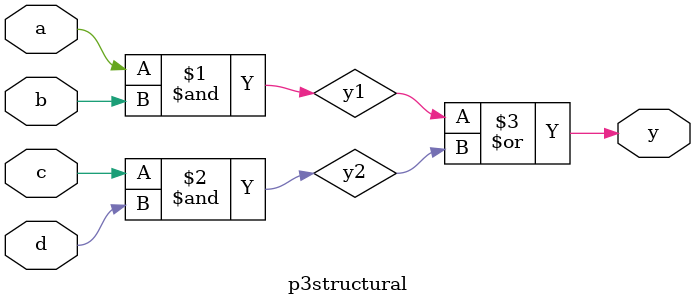
<source format=v>
module p3structural (a,b,c,d,y);
	input a,b,c,d;
	output y;
	wire y1,y2;
	and g1(y1,a,b);
	and g2(y2,c,d);
	or g3(y,y1,y2);
endmodule

</source>
